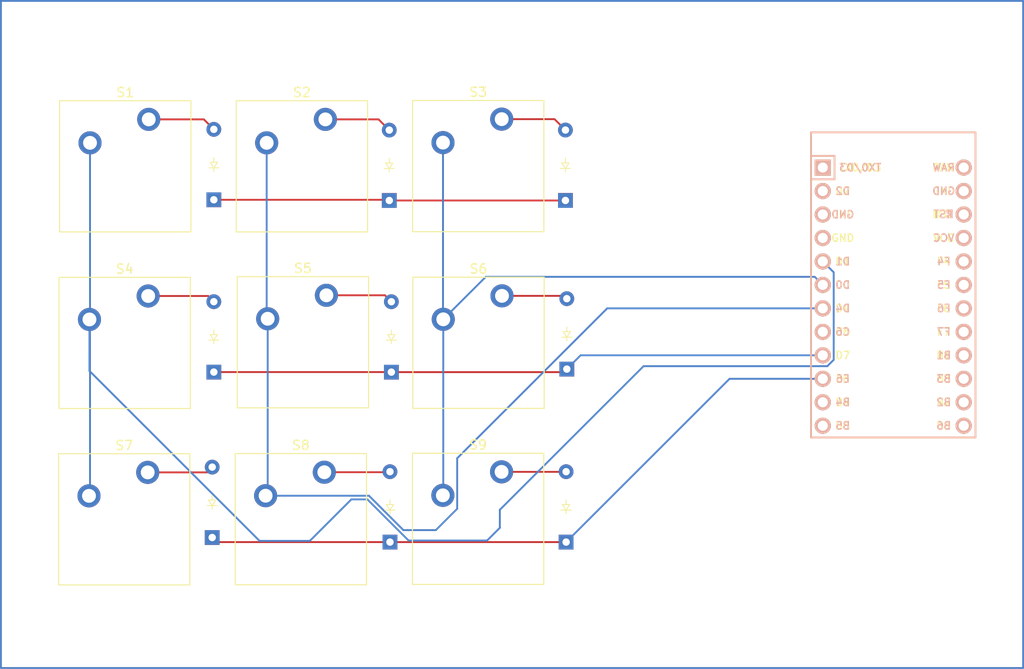
<source format=kicad_pcb>
(kicad_pcb (version 20241229) (generator "pcbnew") (generator_version "9.0")
  (layers (0 "F.Cu" signal) (2 "B.Cu" signal) (13 "F.Paste" user) (15 "B.Paste" user) (5 "F.SilkS" user "F.Silkscreen") (7 "B.SilkS" user "B.Silkscreen") (1 "F.Mask" user) (3 "B.Mask" user) (25 "Edge.Cuts" user))
  (net 0 "")
  (net 1 "Net-(D1-A)")
  (net 2 "Net-(D1-K)")
  (net 3 "Net-(D2-A)")
  (net 4 "Net-(D3-A)")
  (net 5 "Net-(D4-A)")
  (net 6 "Row 1")
  (net 7 "Net-(D5-A)")
  (net 8 "Net-(D6-A)")
  (net 9 "Net-(D7-A)")
  (net 10 "Row 2")
  (net 11 "Net-(D8-A)")
  (net 12 "Net-(D9-A)")
  (net 13 "col 0")
  (net 14 "col 1")
  (net 15 "col 2")
  (net 18 "Row 0")
  (footprint "ScottoKeebs_MX:MX_PCB_1.00u" (layer "F.Cu") (at 122.27 79.325)
    (property "Reference" "S3" (at 0 -8 0) (layer "F.SilkS"))
    (property "Value" "Keyswitch")
    (fp_line (start -7.1 -7.1) (end -7.1 7.1) (stroke (width 0.12)) (layer "F.SilkS"))
    (fp_line (start -7.1 7.1) (end 7.1 7.1) (stroke (width 0.12)) (layer "F.SilkS"))
    (fp_line (start 7.1 -7.1) (end -7.1 -7.1) (stroke (width 0.12)) (layer "F.SilkS"))
    (fp_line (start 7.1 7.1) (end 7.1 -7.1) (stroke (width 0.12)) (layer "F.SilkS"))
    (pad "" np_thru_hole circle (at -5.08 0) (size 1.75 1.75) (drill 1.75) (layers "*.Cu" "*.Mask"))
    (pad "" np_thru_hole circle (at 0 0) (size 4 4) (drill 4) (layers "*.Cu" "*.Mask"))
    (pad "" np_thru_hole circle (at 5.08 0) (size 1.75 1.75) (drill 1.75) (layers "*.Cu" "*.Mask"))
    (pad "1" thru_hole circle (at -3.81 -2.54) (size 2.5 2.5) (drill 1.5) (layers "*.Cu" "*.Mask") (net 15 "col 2"))
    (pad "2" thru_hole circle (at 2.54 -5.08) (size 2.5 2.5) (drill 1.5) (layers "*.Cu" "*.Mask") (net 4 "Net-(D3-A)"))
  )
  (footprint "ScottoKeebs_Components:Diode_DO-35" (layer "F.Cu") (at 112.725 120.02 90)
    (property "Reference" "D8" (hide yes))
    (property "Value" "Diode" (hide yes))
    (fp_line (start 3.46 -0.55) (end 3.46 0.55) (stroke (width 0.1)) (layer "F.SilkS"))
    (fp_line (start 4.06 -0.4) (end 4.06 0.4) (stroke (width 0.1)) (layer "F.SilkS"))
    (fp_line (start 4.06 0) (end 4.56 0) (stroke (width 0.1)) (layer "F.SilkS"))
    (fp_line (start 3.46 0) (end 4.06 -0.4) (stroke (width 0.1)) (layer "F.SilkS"))
    (fp_line (start 3.06 0) (end 3.46 0) (stroke (width 0.1)) (layer "F.SilkS"))
    (fp_line (start 4.06 0.4) (end 3.46 0) (stroke (width 0.1)) (layer "F.SilkS"))
    (pad "1" thru_hole rect (at 0 0 90) (size 1.6 1.6) (drill 0.8) (layers "*.Cu" "*.Mask") (net 10 "Row 2"))
    (pad "2" thru_hole oval (at 7.62 0 90) (size 1.6 1.6) (drill 0.8) (layers "*.Cu" "*.Mask") (net 11 "Net-(D8-A)"))
  )
  (footprint "ScottoKeebs_MX:MX_PCB_1.00u" (layer "F.Cu") (at 103.085 117.54)
    (property "Reference" "S8" (at 0 -8 0) (layer "F.SilkS"))
    (property "Value" "Keyswitch")
    (fp_line (start -7.1 -7.1) (end -7.1 7.1) (stroke (width 0.12)) (layer "F.SilkS"))
    (fp_line (start -7.1 7.1) (end 7.1 7.1) (stroke (width 0.12)) (layer "F.SilkS"))
    (fp_line (start 7.1 -7.1) (end -7.1 -7.1) (stroke (width 0.12)) (layer "F.SilkS"))
    (fp_line (start 7.1 7.1) (end 7.1 -7.1) (stroke (width 0.12)) (layer "F.SilkS"))
    (pad "" np_thru_hole circle (at -5.08 0) (size 1.75 1.75) (drill 1.75) (layers "*.Cu" "*.Mask"))
    (pad "" np_thru_hole circle (at 0 0) (size 4 4) (drill 4) (layers "*.Cu" "*.Mask"))
    (pad "" np_thru_hole circle (at 5.08 0) (size 1.75 1.75) (drill 1.75) (layers "*.Cu" "*.Mask"))
    (pad "1" thru_hole circle (at -3.81 -2.54) (size 2.5 2.5) (drill 1.5) (layers "*.Cu" "*.Mask") (net 14 "col 1"))
    (pad "2" thru_hole circle (at 2.54 -5.08) (size 2.5 2.5) (drill 1.5) (layers "*.Cu" "*.Mask") (net 11 "Net-(D8-A)"))
  )
  (footprint "ScottoKeebs_MX:MX_PCB_1.00u" (layer "F.Cu") (at 103.2 79.35)
    (property "Reference" "S2" (at 0 -8 0) (layer "F.SilkS"))
    (property "Value" "Keyswitch")
    (fp_line (start -7.1 -7.1) (end -7.1 7.1) (stroke (width 0.12)) (layer "F.SilkS"))
    (fp_line (start -7.1 7.1) (end 7.1 7.1) (stroke (width 0.12)) (layer "F.SilkS"))
    (fp_line (start 7.1 -7.1) (end -7.1 -7.1) (stroke (width 0.12)) (layer "F.SilkS"))
    (fp_line (start 7.1 7.1) (end 7.1 -7.1) (stroke (width 0.12)) (layer "F.SilkS"))
    (pad "" np_thru_hole circle (at -5.08 0) (size 1.75 1.75) (drill 1.75) (layers "*.Cu" "*.Mask"))
    (pad "" np_thru_hole circle (at 0 0) (size 4 4) (drill 4) (layers "*.Cu" "*.Mask"))
    (pad "" np_thru_hole circle (at 5.08 0) (size 1.75 1.75) (drill 1.75) (layers "*.Cu" "*.Mask"))
    (pad "1" thru_hole circle (at -3.81 -2.54) (size 2.5 2.5) (drill 1.5) (layers "*.Cu" "*.Mask") (net 14 "col 1"))
    (pad "2" thru_hole circle (at 2.54 -5.08) (size 2.5 2.5) (drill 1.5) (layers "*.Cu" "*.Mask") (net 3 "Net-(D2-A)"))
  )
  (footprint "ScottoKeebs_Components:Diode_DO-35" (layer "F.Cu") (at 112.875 101.625 90)
    (property "Reference" "D5" (hide yes))
    (property "Value" "Diode" (hide yes))
    (fp_line (start 3.46 -0.55) (end 3.46 0.55) (stroke (width 0.1)) (layer "F.SilkS"))
    (fp_line (start 4.06 -0.4) (end 4.06 0.4) (stroke (width 0.1)) (layer "F.SilkS"))
    (fp_line (start 4.06 0) (end 4.56 0) (stroke (width 0.1)) (layer "F.SilkS"))
    (fp_line (start 3.46 0) (end 4.06 -0.4) (stroke (width 0.1)) (layer "F.SilkS"))
    (fp_line (start 3.06 0) (end 3.46 0) (stroke (width 0.1)) (layer "F.SilkS"))
    (fp_line (start 4.06 0.4) (end 3.46 0) (stroke (width 0.1)) (layer "F.SilkS"))
    (pad "1" thru_hole rect (at 0 0 90) (size 1.6 1.6) (drill 0.8) (layers "*.Cu" "*.Mask") (net 6 "Row 1"))
    (pad "2" thru_hole oval (at 7.62 0 90) (size 1.6 1.6) (drill 0.8) (layers "*.Cu" "*.Mask") (net 7 "Net-(D5-A)"))
  )
  (footprint "ScottoKeebs_MX:MX_PCB_1.00u" (layer "F.Cu") (at 122.3 98.45)
    (property "Reference" "S6" (at 0 -8 0) (layer "F.SilkS"))
    (property "Value" "Keyswitch")
    (fp_line (start -7.1 -7.1) (end -7.1 7.1) (stroke (width 0.12)) (layer "F.SilkS"))
    (fp_line (start -7.1 7.1) (end 7.1 7.1) (stroke (width 0.12)) (layer "F.SilkS"))
    (fp_line (start 7.1 -7.1) (end -7.1 -7.1) (stroke (width 0.12)) (layer "F.SilkS"))
    (fp_line (start 7.1 7.1) (end 7.1 -7.1) (stroke (width 0.12)) (layer "F.SilkS"))
    (pad "" np_thru_hole circle (at -5.08 0) (size 1.75 1.75) (drill 1.75) (layers "*.Cu" "*.Mask"))
    (pad "" np_thru_hole circle (at 0 0) (size 4 4) (drill 4) (layers "*.Cu" "*.Mask"))
    (pad "" np_thru_hole circle (at 5.08 0) (size 1.75 1.75) (drill 1.75) (layers "*.Cu" "*.Mask"))
    (pad "1" thru_hole circle (at -3.81 -2.54) (size 2.5 2.5) (drill 1.5) (layers "*.Cu" "*.Mask") (net 15 "col 2"))
    (pad "2" thru_hole circle (at 2.54 -5.08) (size 2.5 2.5) (drill 1.5) (layers "*.Cu" "*.Mask") (net 8 "Net-(D6-A)"))
  )
  (footprint "ScottoKeebs_MX:MX_PCB_1.00u" (layer "F.Cu") (at 84.035 98.465)
    (property "Reference" "S4" (at 0 -8 0) (layer "F.SilkS"))
    (property "Value" "Keyswitch")
    (fp_line (start -7.1 -7.1) (end -7.1 7.1) (stroke (width 0.12)) (layer "F.SilkS"))
    (fp_line (start -7.1 7.1) (end 7.1 7.1) (stroke (width 0.12)) (layer "F.SilkS"))
    (fp_line (start 7.1 -7.1) (end -7.1 -7.1) (stroke (width 0.12)) (layer "F.SilkS"))
    (fp_line (start 7.1 7.1) (end 7.1 -7.1) (stroke (width 0.12)) (layer "F.SilkS"))
    (pad "" np_thru_hole circle (at -5.08 0) (size 1.75 1.75) (drill 1.75) (layers "*.Cu" "*.Mask"))
    (pad "" np_thru_hole circle (at 0 0) (size 4 4) (drill 4) (layers "*.Cu" "*.Mask"))
    (pad "" np_thru_hole circle (at 5.08 0) (size 1.75 1.75) (drill 1.75) (layers "*.Cu" "*.Mask"))
    (pad "1" thru_hole circle (at -3.81 -2.54) (size 2.5 2.5) (drill 1.5) (layers "*.Cu" "*.Mask") (net 13 "col 0"))
    (pad "2" thru_hole circle (at 2.54 -5.08) (size 2.5 2.5) (drill 1.5) (layers "*.Cu" "*.Mask") (net 5 "Net-(D4-A)"))
  )
  (footprint "ScottoKeebs_MX:MX_PCB_1.00u" (layer "F.Cu") (at 122.255 117.5)
    (property "Reference" "S9" (at 0 -8 0) (layer "F.SilkS"))
    (property "Value" "Keyswitch")
    (fp_line (start -7.1 -7.1) (end -7.1 7.1) (stroke (width 0.12)) (layer "F.SilkS"))
    (fp_line (start -7.1 7.1) (end 7.1 7.1) (stroke (width 0.12)) (layer "F.SilkS"))
    (fp_line (start 7.1 -7.1) (end -7.1 -7.1) (stroke (width 0.12)) (layer "F.SilkS"))
    (fp_line (start 7.1 7.1) (end 7.1 -7.1) (stroke (width 0.12)) (layer "F.SilkS"))
    (pad "" np_thru_hole circle (at -5.08 0) (size 1.75 1.75) (drill 1.75) (layers "*.Cu" "*.Mask"))
    (pad "" np_thru_hole circle (at 0 0) (size 4 4) (drill 4) (layers "*.Cu" "*.Mask"))
    (pad "" np_thru_hole circle (at 5.08 0) (size 1.75 1.75) (drill 1.75) (layers "*.Cu" "*.Mask"))
    (pad "1" thru_hole circle (at -3.81 -2.54) (size 2.5 2.5) (drill 1.5) (layers "*.Cu" "*.Mask") (net 15 "col 2"))
    (pad "2" thru_hole circle (at 2.54 -5.08) (size 2.5 2.5) (drill 1.5) (layers "*.Cu" "*.Mask") (net 12 "Net-(D9-A)"))
  )
  (footprint "ScottoKeebs_MX:MX_PCB_1.00u" (layer "F.Cu") (at 103.31 98.39)
    (property "Reference" "S5" (at 0 -8 0) (layer "F.SilkS"))
    (property "Value" "Keyswitch")
    (fp_line (start -7.1 -7.1) (end -7.1 7.1) (stroke (width 0.12)) (layer "F.SilkS"))
    (fp_line (start -7.1 7.1) (end 7.1 7.1) (stroke (width 0.12)) (layer "F.SilkS"))
    (fp_line (start 7.1 -7.1) (end -7.1 -7.1) (stroke (width 0.12)) (layer "F.SilkS"))
    (fp_line (start 7.1 7.1) (end 7.1 -7.1) (stroke (width 0.12)) (layer "F.SilkS"))
    (pad "" np_thru_hole circle (at -5.08 0) (size 1.75 1.75) (drill 1.75) (layers "*.Cu" "*.Mask"))
    (pad "" np_thru_hole circle (at 0 0) (size 4 4) (drill 4) (layers "*.Cu" "*.Mask"))
    (pad "" np_thru_hole circle (at 5.08 0) (size 1.75 1.75) (drill 1.75) (layers "*.Cu" "*.Mask"))
    (pad "1" thru_hole circle (at -3.81 -2.54) (size 2.5 2.5) (drill 1.5) (layers "*.Cu" "*.Mask") (net 14 "col 1"))
    (pad "2" thru_hole circle (at 2.54 -5.08) (size 2.5 2.5) (drill 1.5) (layers "*.Cu" "*.Mask") (net 7 "Net-(D5-A)"))
  )
  (footprint "ScottoKeebs_Components:Diode_DO-35" (layer "F.Cu") (at 93.675 82.97 90)
    (property "Reference" "D1" (hide yes))
    (property "Value" "Diode" (hide yes))
    (fp_line (start 3.46 -0.55) (end 3.46 0.55) (stroke (width 0.1)) (layer "F.SilkS"))
    (fp_line (start 4.06 -0.4) (end 4.06 0.4) (stroke (width 0.1)) (layer "F.SilkS"))
    (fp_line (start 4.06 0) (end 4.56 0) (stroke (width 0.1)) (layer "F.SilkS"))
    (fp_line (start 3.46 0) (end 4.06 -0.4) (stroke (width 0.1)) (layer "F.SilkS"))
    (fp_line (start 3.06 0) (end 3.46 0) (stroke (width 0.1)) (layer "F.SilkS"))
    (fp_line (start 4.06 0.4) (end 3.46 0) (stroke (width 0.1)) (layer "F.SilkS"))
    (pad "1" thru_hole rect (at 0 0 90) (size 1.6 1.6) (drill 0.8) (layers "*.Cu" "*.Mask") (net 2 "Net-(D1-K)"))
    (pad "2" thru_hole oval (at 7.62 0 90) (size 1.6 1.6) (drill 0.8) (layers "*.Cu" "*.Mask") (net 1 "Net-(D1-A)"))
  )
  (footprint "ScottoKeebs_MX:MX_PCB_1.00u" (layer "F.Cu") (at 84.095 79.35)
    (property "Reference" "S1" (at 0 -8 0) (layer "F.SilkS"))
    (property "Value" "Keyswitch")
    (fp_line (start -7.1 -7.1) (end -7.1 7.1) (stroke (width 0.12)) (layer "F.SilkS"))
    (fp_line (start -7.1 7.1) (end 7.1 7.1) (stroke (width 0.12)) (layer "F.SilkS"))
    (fp_line (start 7.1 -7.1) (end -7.1 -7.1) (stroke (width 0.12)) (layer "F.SilkS"))
    (fp_line (start 7.1 7.1) (end 7.1 -7.1) (stroke (width 0.12)) (layer "F.SilkS"))
    (pad "" np_thru_hole circle (at -5.08 0) (size 1.75 1.75) (drill 1.75) (layers "*.Cu" "*.Mask"))
    (pad "" np_thru_hole circle (at 0 0) (size 4 4) (drill 4) (layers "*.Cu" "*.Mask"))
    (pad "" np_thru_hole circle (at 5.08 0) (size 1.75 1.75) (drill 1.75) (layers "*.Cu" "*.Mask"))
    (pad "1" thru_hole circle (at -3.81 -2.54) (size 2.5 2.5) (drill 1.5) (layers "*.Cu" "*.Mask") (net 13 "col 0"))
    (pad "2" thru_hole circle (at 2.54 -5.08) (size 2.5 2.5) (drill 1.5) (layers "*.Cu" "*.Mask") (net 1 "Net-(D1-A)"))
  )
  (footprint "ScottoKeebs_MCU:Arduino_Pro_Micro" (layer "F.Cu") (at 167.155 93.455)
    (property "Reference" "U1" (hide yes))
    (property "Value" "Arduino_Pro_Micro" (hide yes))
    (fp_line (start -8.89 -17.78) (end -8.89 15.24) (stroke (width 0.2)) (layer "F.SilkS"))
    (fp_line (start -8.89 15.24) (end 8.89 15.24) (stroke (width 0.2)) (layer "F.SilkS"))
    (fp_line (start -6.35 -15.24) (end -8.89 -15.24) (stroke (width 0.2)) (layer "F.SilkS"))
    (fp_line (start -6.35 -15.24) (end -6.35 -12.7) (stroke (width 0.2)) (layer "F.SilkS"))
    (fp_line (start -6.35 -12.7) (end -8.89 -12.7) (stroke (width 0.2)) (layer "F.SilkS"))
    (fp_line (start 8.89 -17.78) (end -8.89 -17.78) (stroke (width 0.2)) (layer "F.SilkS"))
    (fp_line (start 8.89 15.24) (end 8.89 -17.78) (stroke (width 0.2)) (layer "F.SilkS"))
    (fp_poly (pts (xy 4.531568 -9.36064) (xy 4.531568 -8.56064) (xy 4.431568 -8.56064) (xy 4.431568 -9.36064)) (stroke (width 0.15)) (fill yes) (layer "F.SilkS"))
    (fp_poly (pts (xy 4.731568 -8.96064) (xy 4.731568 -8.86064) (xy 4.631568 -8.86064) (xy 4.631568 -8.96064)) (stroke (width 0.15)) (fill yes) (layer "F.SilkS"))
    (fp_poly (pts (xy 4.931568 -9.36064) (xy 4.931568 -9.26064) (xy 4.431568 -9.26064) (xy 4.431568 -9.36064)) (stroke (width 0.15)) (fill yes) (layer "F.SilkS"))
    (fp_poly (pts (xy 4.931568 -9.36064) (xy 4.931568 -9.06064) (xy 4.831568 -9.06064) (xy 4.831568 -9.36064)) (stroke (width 0.15)) (fill yes) (layer "F.SilkS"))
    (fp_poly (pts (xy 4.931568 -8.76064) (xy 4.931568 -8.56064) (xy 4.831568 -8.56064) (xy 4.831568 -8.76064)) (stroke (width 0.15)) (fill yes) (layer "F.SilkS"))
    (fp_line (start -8.89 -17.78) (end -8.89 15.24) (stroke (width 0.2)) (layer "B.SilkS"))
    (fp_line (start -8.89 15.24) (end 8.89 15.24) (stroke (width 0.2)) (layer "B.SilkS"))
    (fp_line (start -6.35 -15.24) (end -8.89 -15.24) (stroke (width 0.2)) (layer "B.SilkS"))
    (fp_line (start -6.35 -15.24) (end -6.35 -12.7) (stroke (width 0.2)) (layer "B.SilkS"))
    (fp_line (start -6.35 -12.7) (end -8.89 -12.7) (stroke (width 0.2)) (layer "B.SilkS"))
    (fp_line (start 8.89 -17.78) (end -8.89 -17.78) (stroke (width 0.2)) (layer "B.SilkS"))
    (fp_line (start 8.89 15.24) (end 8.89 -17.78) (stroke (width 0.2)) (layer "B.SilkS"))
    (fp_poly (pts (xy 5.844635 -9.35097) (xy 5.844635 -9.25097) (xy 6.344635 -9.25097) (xy 6.344635 -9.35097)) (stroke (width 0.15)) (fill yes) (layer "B.SilkS"))
    (fp_poly (pts (xy 5.844635 -9.35097) (xy 5.844635 -9.05097) (xy 5.944635 -9.05097) (xy 5.944635 -9.35097)) (stroke (width 0.15)) (fill yes) (layer "B.SilkS"))
    (fp_poly (pts (xy 5.844635 -8.75097) (xy 5.844635 -8.55097) (xy 5.944635 -8.55097) (xy 5.944635 -8.75097)) (stroke (width 0.15)) (fill yes) (layer "B.SilkS"))
    (fp_poly (pts (xy 6.044635 -8.95097) (xy 6.044635 -8.85097) (xy 6.144635 -8.85097) (xy 6.144635 -8.95097)) (stroke (width 0.15)) (fill yes) (layer "B.SilkS"))
    (fp_poly (pts (xy 6.244635 -9.35097) (xy 6.244635 -8.55097) (xy 6.344635 -8.55097) (xy 6.344635 -9.35097)) (stroke (width 0.15)) (fill yes) (layer "B.SilkS"))
    (fp_text user "D7" (at -5.461 6.35 0) (layer "F.SilkS") (effects (font (size 0.8 0.8))))
    (fp_text user "E6" (at -5.461 8.89 0) (layer "F.SilkS") (effects (font (size 0.8 0.8))))
    (fp_text user "B2" (at 5.461 11.43 0) (layer "F.SilkS") (effects (font (size 0.8 0.8))))
    (fp_text user "F7" (at 5.461 3.81 0) (layer "F.SilkS") (effects (font (size 0.8 0.8))))
    (fp_text user "TX0/D3" (at -3.571872 -13.97 0) (layer "F.SilkS") (effects (font (size 0.8 0.8))))
    (fp_text user "D4" (at -5.461 1.27 0) (layer "F.SilkS") (effects (font (size 0.8 0.8))))
    (fp_text user "VCC" (at 5.461 -6.35 0) (layer "F.SilkS") (effects (font (size 0.8 0.8))))
    (fp_text user "ST" (at 5.73312 -8.92 0) (layer "F.SilkS") (effects (font (size 0.8 0.8))))
    (fp_text user "B3" (at 5.461 8.89 0) (layer "F.SilkS") (effects (font (size 0.8 0.8))))
    (fp_text user "F4" (at 5.461 -3.81 0) (layer "F.SilkS") (effects (font (size 0.8 0.8))))
    (fp_text user "GND" (at -5.461 -8.89 0) (layer "F.SilkS") (effects (font (size 0.8 0.8))))
    (fp_text user "D2" (at -5.461 -11.43 0) (layer "F.SilkS") (effects (font (size 0.8 0.8))))
    (fp_text user "GND" (at -5.461 -6.35 0) (layer "F.SilkS") (effects (font (size 0.8 0.8))))
    (fp_text user "F5" (at 5.461 -1.27 0) (layer "F.SilkS") (effects (font (size 0.8 0.8))))
    (fp_text user "B6" (at 5.461 13.97 0) (layer "F.SilkS") (effects (font (size 0.8 0.8))))
    (fp_text user "B5" (at -5.461 13.97 0) (layer "F.SilkS") (effects (font (size 0.8 0.8))))
    (fp_text user "GND" (at 5.461 -11.43 0) (layer "F.SilkS") (effects (font (size 0.8 0.8))))
    (fp_text user "B4" (at -5.461 11.43 0) (layer "F.SilkS") (effects (font (size 0.8 0.8))))
    (fp_text user "B1" (at 5.461 6.35 0) (layer "F.SilkS") (effects (font (size 0.8 0.8))))
    (fp_text user "C6" (at -5.461 3.81 0) (layer "F.SilkS") (effects (font (size 0.8 0.8))))
    (fp_text user "RAW" (at 5.461 -13.97 0) (layer "F.SilkS") (effects (font (size 0.8 0.8))))
    (fp_text user "D1" (at -5.461 -3.81 0) (layer "F.SilkS") (effects (font (size 0.8 0.8))))
    (fp_text user "D0" (at -5.461 -1.27 0) (layer "F.SilkS") (effects (font (size 0.8 0.8))))
    (fp_text user "F6" (at 5.461 1.27 0) (layer "F.SilkS") (effects (font (size 0.8 0.8))))
    (fp_text user "B1" (at 5.461 6.35 0) (layer "B.SilkS") (effects (font (size 0.8 0.8)) (justify mirror)))
    (fp_text user "D4" (at -5.461 1.27 0) (layer "B.SilkS") (effects (font (size 0.8 0.8)) (justify mirror)))
    (fp_text user "F5" (at 5.461 -1.27 0) (layer "B.SilkS") (effects (font (size 0.8 0.8)) (justify mirror)))
    (fp_text user "B5" (at -5.461 13.97 0) (layer "B.SilkS") (effects (font (size 0.8 0.8)) (justify mirror)))
    (fp_text user "VCC" (at 5.461 -6.35 0) (layer "B.SilkS") (effects (font (size 0.8 0.8)) (justify mirror)))
    (fp_text user "D0" (at -5.461 -1.27 0) (layer "B.SilkS") (effects (font (size 0.8 0.8)) (justify mirror)))
    (fp_text user "F6" (at 5.461 1.27 0) (layer "B.SilkS") (effects (font (size 0.8 0.8)) (justify mirror)))
    (fp_text user "ST" (at 5.04 -8.91 0) (layer "B.SilkS") (effects (font (size 0.8 0.8)) (justify mirror)))
    (fp_text user "C6" (at -5.461 3.81 0) (layer "B.SilkS") (effects (font (size 0.8 0.8)) (justify mirror)))
    (fp_text user "F7" (at 5.461 3.81 0) (layer "B.SilkS") (effects (font (size 0.8 0.8)) (justify mirror)))
    (fp_text user "B4" (at -5.461 11.43 0) (layer "B.SilkS") (effects (font (size 0.8 0.8)) (justify mirror)))
    (fp_text user "B3" (at 5.461 8.89 0) (layer "B.SilkS") (effects (font (size 0.8 0.8)) (justify mirror)))
    (fp_text user "D2" (at -5.461 -11.43 0) (layer "B.SilkS") (effects (font (size 0.8 0.8)) (justify mirror)))
    (fp_text user "B2" (at 5.461 11.43 0) (layer "B.SilkS") (effects (font (size 0.8 0.8)) (justify mirror)))
    (fp_text user "F4" (at 5.461 -3.81 0) (layer "B.SilkS") (effects (font (size 0.8 0.8)) (justify mirror)))
    (fp_text user "B6" (at 5.461 13.97 0) (layer "B.SilkS") (effects (font (size 0.8 0.8)) (justify mirror)))
    (fp_text user "E6" (at -5.461 8.89 0) (layer "B.SilkS") (effects (font (size 0.8 0.8)) (justify mirror)))
    (fp_text user "RAW" (at 5.461 -13.97 0) (layer "B.SilkS") (effects (font (size 0.8 0.8)) (justify mirror)))
    (fp_text user "GND" (at -5.461 -8.89 0) (layer "B.SilkS") (effects (font (size 0.8 0.8)) (justify mirror)))
    (fp_text user "D1" (at -5.461 -3.81 0) (layer "B.SilkS") (effects (font (size 0.8 0.8)) (justify mirror)))
    (fp_text user "TX0/D3" (at -3.571872 -13.97 0) (layer "B.SilkS") (effects (font (size 0.8 0.8)) (justify mirror)))
    (fp_text user "GND" (at 5.461 -11.43 0) (layer "B.SilkS") (effects (font (size 0.8 0.8)) (justify mirror)))
    (pad "1" thru_hole rect (at -7.62 -13.97 270) (size 1.7526 1.7526) (drill 1.0922) (layers "*.Cu" "*.SilkS" "*.Mask"))
    (pad "2" thru_hole circle (at -7.62 -11.43 270) (size 1.7526 1.7526) (drill 1.0922) (layers "*.Cu" "*.SilkS" "*.Mask"))
    (pad "3" thru_hole circle (at -7.62 -8.89 270) (size 1.7526 1.7526) (drill 1.0922) (layers "*.Cu" "*.SilkS" "*.Mask"))
    (pad "4" thru_hole circle (at -7.62 -6.35 270) (size 1.7526 1.7526) (drill 1.0922) (layers "*.Cu" "*.SilkS" "*.Mask"))
    (pad "5" thru_hole circle (at -7.62 -3.81 270) (size 1.7526 1.7526) (drill 1.0922) (layers "*.Cu" "*.SilkS" "*.Mask") (net 13 "col 0"))
    (pad "6" thru_hole circle (at -7.62 -1.27 270) (size 1.7526 1.7526) (drill 1.0922) (layers "*.Cu" "*.SilkS" "*.Mask") (net 15 "col 2"))
    (pad "7" thru_hole circle (at -7.62 1.27 270) (size 1.7526 1.7526) (drill 1.0922) (layers "*.Cu" "*.SilkS" "*.Mask") (net 14 "col 1"))
    (pad "8" thru_hole circle (at -7.62 3.81 270) (size 1.7526 1.7526) (drill 1.0922) (layers "*.Cu" "*.SilkS" "*.Mask") (net 18 "Row 0"))
    (pad "9" thru_hole circle (at -7.62 6.35 270) (size 1.7526 1.7526) (drill 1.0922) (layers "*.Cu" "*.SilkS" "*.Mask") (net 6 "Row 1"))
    (pad "10" thru_hole circle (at -7.62 8.89 270) (size 1.7526 1.7526) (drill 1.0922) (layers "*.Cu" "*.SilkS" "*.Mask") (net 10 "Row 2"))
    (pad "11" thru_hole circle (at -7.62 11.43 270) (size 1.7526 1.7526) (drill 1.0922) (layers "*.Cu" "*.SilkS" "*.Mask"))
    (pad "12" thru_hole circle (at -7.62 13.97 270) (size 1.7526 1.7526) (drill 1.0922) (layers "*.Cu" "*.SilkS" "*.Mask"))
    (pad "13" thru_hole circle (at 7.62 13.97 270) (size 1.7526 1.7526) (drill 1.0922) (layers "*.Cu" "*.SilkS" "*.Mask"))
    (pad "14" thru_hole circle (at 7.62 11.43 270) (size 1.7526 1.7526) (drill 1.0922) (layers "*.Cu" "*.SilkS" "*.Mask"))
    (pad "15" thru_hole circle (at 7.62 8.89 270) (size 1.7526 1.7526) (drill 1.0922) (layers "*.Cu" "*.SilkS" "*.Mask"))
    (pad "16" thru_hole circle (at 7.62 6.35 270) (size 1.7526 1.7526) (drill 1.0922) (layers "*.Cu" "*.SilkS" "*.Mask"))
    (pad "17" thru_hole circle (at 7.62 3.81 270) (size 1.7526 1.7526) (drill 1.0922) (layers "*.Cu" "*.SilkS" "*.Mask"))
    (pad "18" thru_hole circle (at 7.62 1.27 270) (size 1.7526 1.7526) (drill 1.0922) (layers "*.Cu" "*.SilkS" "*.Mask"))
    (pad "19" thru_hole circle (at 7.62 -1.27 270) (size 1.7526 1.7526) (drill 1.0922) (layers "*.Cu" "*.SilkS" "*.Mask"))
    (pad "20" thru_hole circle (at 7.62 -3.81 270) (size 1.7526 1.7526) (drill 1.0922) (layers "*.Cu" "*.SilkS" "*.Mask"))
    (pad "21" thru_hole circle (at 7.62 -6.35 270) (size 1.7526 1.7526) (drill 1.0922) (layers "*.Cu" "*.SilkS" "*.Mask"))
    (pad "22" thru_hole circle (at 7.62 -8.89 270) (size 1.7526 1.7526) (drill 1.0922) (layers "*.Cu" "*.SilkS" "*.Mask"))
    (pad "23" thru_hole circle (at 7.62 -11.43 270) (size 1.7526 1.7526) (drill 1.0922) (layers "*.Cu" "*.SilkS" "*.Mask"))
    (pad "24" thru_hole circle (at 7.62 -13.97 270) (size 1.7526 1.7526) (drill 1.0922) (layers "*.Cu" "*.SilkS" "*.Mask"))
  )
  (footprint "ScottoKeebs_Components:Diode_DO-35" (layer "F.Cu") (at 131.85 101.295 90)
    (property "Reference" "D6" (hide yes))
    (property "Value" "Diode" (hide yes))
    (fp_line (start 3.46 -0.55) (end 3.46 0.55) (stroke (width 0.1)) (layer "F.SilkS"))
    (fp_line (start 4.06 -0.4) (end 4.06 0.4) (stroke (width 0.1)) (layer "F.SilkS"))
    (fp_line (start 4.06 0) (end 4.56 0) (stroke (width 0.1)) (layer "F.SilkS"))
    (fp_line (start 3.46 0) (end 4.06 -0.4) (stroke (width 0.1)) (layer "F.SilkS"))
    (fp_line (start 3.06 0) (end 3.46 0) (stroke (width 0.1)) (layer "F.SilkS"))
    (fp_line (start 4.06 0.4) (end 3.46 0) (stroke (width 0.1)) (layer "F.SilkS"))
    (pad "1" thru_hole rect (at 0 0 90) (size 1.6 1.6) (drill 0.8) (layers "*.Cu" "*.Mask") (net 6 "Row 1"))
    (pad "2" thru_hole oval (at 7.62 0 90) (size 1.6 1.6) (drill 0.8) (layers "*.Cu" "*.Mask") (net 8 "Net-(D6-A)"))
  )
  (footprint "ScottoKeebs_MX:MX_PCB_1.00u" (layer "F.Cu") (at 83.985 117.555)
    (property "Reference" "S7" (at 0 -8 0) (layer "F.SilkS"))
    (property "Value" "Keyswitch")
    (fp_line (start -7.1 -7.1) (end -7.1 7.1) (stroke (width 0.12)) (layer "F.SilkS"))
    (fp_line (start -7.1 7.1) (end 7.1 7.1) (stroke (width 0.12)) (layer "F.SilkS"))
    (fp_line (start 7.1 -7.1) (end -7.1 -7.1) (stroke (width 0.12)) (layer "F.SilkS"))
    (fp_line (start 7.1 7.1) (end 7.1 -7.1) (stroke (width 0.12)) (layer "F.SilkS"))
    (pad "" np_thru_hole circle (at -5.08 0) (size 1.75 1.75) (drill 1.75) (layers "*.Cu" "*.Mask"))
    (pad "" np_thru_hole circle (at 0 0) (size 4 4) (drill 4) (layers "*.Cu" "*.Mask"))
    (pad "" np_thru_hole circle (at 5.08 0) (size 1.75 1.75) (drill 1.75) (layers "*.Cu" "*.Mask"))
    (pad "1" thru_hole circle (at -3.81 -2.54) (size 2.5 2.5) (drill 1.5) (layers "*.Cu" "*.Mask") (net 13 "col 0"))
    (pad "2" thru_hole circle (at 2.54 -5.08) (size 2.5 2.5) (drill 1.5) (layers "*.Cu" "*.Mask") (net 9 "Net-(D7-A)"))
  )
  (footprint "ScottoKeebs_Components:Diode_DO-35" (layer "F.Cu") (at 131.7 83.045 90)
    (property "Reference" "D3" (hide yes))
    (property "Value" "Diode" (hide yes))
    (fp_line (start 3.46 -0.55) (end 3.46 0.55) (stroke (width 0.1)) (layer "F.SilkS"))
    (fp_line (start 4.06 -0.4) (end 4.06 0.4) (stroke (width 0.1)) (layer "F.SilkS"))
    (fp_line (start 4.06 0) (end 4.56 0) (stroke (width 0.1)) (layer "F.SilkS"))
    (fp_line (start 3.46 0) (end 4.06 -0.4) (stroke (width 0.1)) (layer "F.SilkS"))
    (fp_line (start 3.06 0) (end 3.46 0) (stroke (width 0.1)) (layer "F.SilkS"))
    (fp_line (start 4.06 0.4) (end 3.46 0) (stroke (width 0.1)) (layer "F.SilkS"))
    (pad "1" thru_hole rect (at 0 0 90) (size 1.6 1.6) (drill 0.8) (layers "*.Cu" "*.Mask") (net 2 "Net-(D1-K)"))
    (pad "2" thru_hole oval (at 7.62 0 90) (size 1.6 1.6) (drill 0.8) (layers "*.Cu" "*.Mask") (net 4 "Net-(D3-A)"))
  )
  (footprint "ScottoKeebs_Components:Diode_DO-35" (layer "F.Cu") (at 93.675 101.62 90)
    (property "Reference" "D4" (hide yes))
    (property "Value" "Diode" (hide yes))
    (fp_line (start 3.46 -0.55) (end 3.46 0.55) (stroke (width 0.1)) (layer "F.SilkS"))
    (fp_line (start 4.06 -0.4) (end 4.06 0.4) (stroke (width 0.1)) (layer "F.SilkS"))
    (fp_line (start 4.06 0) (end 4.56 0) (stroke (width 0.1)) (layer "F.SilkS"))
    (fp_line (start 3.46 0) (end 4.06 -0.4) (stroke (width 0.1)) (layer "F.SilkS"))
    (fp_line (start 3.06 0) (end 3.46 0) (stroke (width 0.1)) (layer "F.SilkS"))
    (fp_line (start 4.06 0.4) (end 3.46 0) (stroke (width 0.1)) (layer "F.SilkS"))
    (pad "1" thru_hole rect (at 0 0 90) (size 1.6 1.6) (drill 0.8) (layers "*.Cu" "*.Mask") (net 6 "Row 1"))
    (pad "2" thru_hole oval (at 7.62 0 90) (size 1.6 1.6) (drill 0.8) (layers "*.Cu" "*.Mask") (net 5 "Net-(D4-A)"))
  )
  (footprint "ScottoKeebs_Components:Diode_DO-35" (layer "F.Cu") (at 131.775 120.02 90)
    (property "Reference" "D9" (hide yes))
    (property "Value" "Diode" (hide yes))
    (fp_line (start 3.46 -0.55) (end 3.46 0.55) (stroke (width 0.1)) (layer "F.SilkS"))
    (fp_line (start 4.06 -0.4) (end 4.06 0.4) (stroke (width 0.1)) (layer "F.SilkS"))
    (fp_line (start 4.06 0) (end 4.56 0) (stroke (width 0.1)) (layer "F.SilkS"))
    (fp_line (start 3.46 0) (end 4.06 -0.4) (stroke (width 0.1)) (layer "F.SilkS"))
    (fp_line (start 3.06 0) (end 3.46 0) (stroke (width 0.1)) (layer "F.SilkS"))
    (fp_line (start 4.06 0.4) (end 3.46 0) (stroke (width 0.1)) (layer "F.SilkS"))
    (pad "1" thru_hole rect (at 0 0 90) (size 1.6 1.6) (drill 0.8) (layers "*.Cu" "*.Mask") (net 10 "Row 2"))
    (pad "2" thru_hole oval (at 7.62 0 90) (size 1.6 1.6) (drill 0.8) (layers "*.Cu" "*.Mask") (net 12 "Net-(D9-A)"))
  )
  (footprint "ScottoKeebs_Components:Diode_DO-35" (layer "F.Cu") (at 93.5 119.525 90)
    (property "Reference" "D7" (hide yes))
    (property "Value" "Diode" (hide yes))
    (fp_line (start 3.46 -0.55) (end 3.46 0.55) (stroke (width 0.1)) (layer "F.SilkS"))
    (fp_line (start 4.06 -0.4) (end 4.06 0.4) (stroke (width 0.1)) (layer "F.SilkS"))
    (fp_line (start 4.06 0) (end 4.56 0) (stroke (width 0.1)) (layer "F.SilkS"))
    (fp_line (start 3.46 0) (end 4.06 -0.4) (stroke (width 0.1)) (layer "F.SilkS"))
    (fp_line (start 3.06 0) (end 3.46 0) (stroke (width 0.1)) (layer "F.SilkS"))
    (fp_line (start 4.06 0.4) (end 3.46 0) (stroke (width 0.1)) (layer "F.SilkS"))
    (pad "1" thru_hole rect (at 0 0 90) (size 1.6 1.6) (drill 0.8) (layers "*.Cu" "*.Mask") (net 10 "Row 2"))
    (pad "2" thru_hole oval (at 7.62 0 90) (size 1.6 1.6) (drill 0.8) (layers "*.Cu" "*.Mask") (net 9 "Net-(D7-A)"))
  )
  (footprint "ScottoKeebs_Components:Diode_DO-35" (layer "F.Cu") (at 112.65 83.05 90)
    (property "Reference" "D2" (hide yes))
    (property "Value" "Diode" (hide yes))
    (fp_line (start 3.46 -0.55) (end 3.46 0.55) (stroke (width 0.1)) (layer "F.SilkS"))
    (fp_line (start 4.06 -0.4) (end 4.06 0.4) (stroke (width 0.1)) (layer "F.SilkS"))
    (fp_line (start 4.06 0) (end 4.56 0) (stroke (width 0.1)) (layer "F.SilkS"))
    (fp_line (start 3.46 0) (end 4.06 -0.4) (stroke (width 0.1)) (layer "F.SilkS"))
    (fp_line (start 3.06 0) (end 3.46 0) (stroke (width 0.1)) (layer "F.SilkS"))
    (fp_line (start 4.06 0.4) (end 3.46 0) (stroke (width 0.1)) (layer "F.SilkS"))
    (pad "1" thru_hole rect (at 0 0 90) (size 1.6 1.6) (drill 0.8) (layers "*.Cu" "*.Mask") (net 2 "Net-(D1-K)"))
    (pad "2" thru_hole oval (at 7.62 0 90) (size 1.6 1.6) (drill 0.8) (layers "*.Cu" "*.Mask") (net 3 "Net-(D2-A)"))
  )
  (gr_rect (start 70.65 61.45) (end 181.2 133.65) (stroke (width 0.2)) (fill no) (layer "B.Cu"))
  (segment (start 92.595 74.27) (end 93.675 75.35) (width 0.2) (layer "F.Cu") (net 1))
  (segment (start 86.635 74.27) (end 92.595 74.27) (width 0.2) (layer "F.Cu") (net 1))
  (segment (start 112.65 83.05) (end 131.695 83.05) (width 0.2) (layer "F.Cu") (net 2))
  (segment (start 93.675 82.97) (end 112.57 82.97) (width 0.2) (layer "F.Cu") (net 2))
  (segment (start 112.57 82.97) (end 112.65 83.05) (width 0.2) (layer "F.Cu") (net 2))
  (segment (start 131.695 83.05) (end 131.7 83.045) (width 0.2) (layer "F.Cu") (net 2))
  (segment (start 111.49 74.27) (end 112.65 75.43) (width 0.2) (layer "F.Cu") (net 3))
  (segment (start 105.74 74.27) (end 111.49 74.27) (width 0.2) (layer "F.Cu") (net 3))
  (segment (start 124.81 74.245) (end 130.52 74.245) (width 0.2) (layer "F.Cu") (net 4))
  (segment (start 130.52 74.245) (end 131.7 75.425) (width 0.2) (layer "F.Cu") (net 4))
  (segment (start 93.06 93.385) (end 93.675 94) (width 0.2) (layer "F.Cu") (net 5))
  (segment (start 86.575 93.385) (end 93.06 93.385) (width 0.2) (layer "F.Cu") (net 5))
  (segment (start 112.875 101.625) (end 131.52 101.625) (width 0.2) (layer "F.Cu") (net 6))
  (segment (start 112.87 101.62) (end 112.875 101.625) (width 0.2) (layer "F.Cu") (net 6))
  (segment (start 93.675 101.62) (end 112.87 101.62) (width 0.2) (layer "F.Cu") (net 6))
  (segment (start 131.52 101.625) (end 131.85 101.295) (width 0.2) (layer "F.Cu") (net 6))
  (segment (start 133.34 99.805) (end 131.85 101.295) (width 0.2) (layer "B.Cu") (net 6))
  (segment (start 159.535 99.805) (end 133.34 99.805) (width 0.2) (layer "B.Cu") (net 6))
  (segment (start 112.18 93.31) (end 112.875 94.005) (width 0.2) (layer "F.Cu") (net 7))
  (segment (start 105.85 93.31) (end 112.18 93.31) (width 0.2) (layer "F.Cu") (net 7))
  (segment (start 131.545 93.37) (end 131.85 93.675) (width 0.2) (layer "F.Cu") (net 8))
  (segment (start 124.84 93.37) (end 131.545 93.37) (width 0.2) (layer "F.Cu") (net 8))
  (segment (start 92.93 112.475) (end 93.5 111.905) (width 0.2) (layer "F.Cu") (net 9))
  (segment (start 86.525 112.475) (end 92.93 112.475) (width 0.2) (layer "F.Cu") (net 9))
  (segment (start 93.995 120.02) (end 112.725 120.02) (width 0.2) (layer "F.Cu") (net 10))
  (segment (start 93.5 119.525) (end 93.995 120.02) (width 0.2) (layer "F.Cu") (net 10))
  (segment (start 112.725 120.02) (end 131.775 120.02) (width 0.2) (layer "F.Cu") (net 10))
  (segment (start 149.45 102.345) (end 131.775 120.02) (width 0.2) (layer "B.Cu") (net 10))
  (segment (start 159.535 102.345) (end 149.45 102.345) (width 0.2) (layer "B.Cu") (net 10))
  (segment (start 105.625 112.46) (end 112.665 112.46) (width 0.2) (layer "F.Cu") (net 11))
  (segment (start 112.665 112.46) (end 112.725 112.4) (width 0.2) (layer "F.Cu") (net 11))
  (segment (start 124.795 112.42) (end 131.755 112.42) (width 0.2) (layer "F.Cu") (net 12))
  (segment (start 131.755 112.42) (end 131.775 112.4) (width 0.2) (layer "F.Cu") (net 12))
  (segment (start 124.606 116.526184) (end 124.606 118.473816) (width 0.2) (layer "B.Cu") (net 13))
  (segment (start 140.149884 100.9823) (end 124.606 116.526184) (width 0.2) (layer "B.Cu") (net 13))
  (segment (start 108.548816 115.401) (end 104.058816 119.891) (width 0.2) (layer "B.Cu") (net 13))
  (segment (start 159.535 89.645) (end 160.7123 90.8223) (width 0.2) (layer "B.Cu") (net 13))
  (segment (start 98.622174 119.891) (end 80.225 101.493826) (width 0.2) (layer "B.Cu") (net 13))
  (segment (start 160.7123 100.292654) (end 160.022654 100.9823) (width 0.2) (layer "B.Cu") (net 13))
  (segment (start 114.7339 119.851) (end 110.2839 115.401) (width 0.2) (layer "B.Cu") (net 13))
  (segment (start 104.058816 119.891) (end 98.622174 119.891) (width 0.2) (layer "B.Cu") (net 13))
  (segment (start 160.022654 100.9823) (end 140.149884 100.9823) (width 0.2) (layer "B.Cu") (net 13))
  (segment (start 80.285 114.905) (end 80.175 115.015) (width 0.2) (layer "B.Cu") (net 13))
  (segment (start 123.228816 119.851) (end 114.7339 119.851) (width 0.2) (layer "B.Cu") (net 13))
  (segment (start 80.225 101.493826) (end 80.225 95.925) (width 0.2) (layer "B.Cu") (net 13))
  (segment (start 110.2839 115.401) (end 108.548816 115.401) (width 0.2) (layer "B.Cu") (net 13))
  (segment (start 80.285 76.81) (end 80.285 114.905) (width 0.2) (layer "B.Cu") (net 13))
  (segment (start 160.7123 90.8223) (end 160.7123 100.292654) (width 0.2) (layer "B.Cu") (net 13))
  (segment (start 124.606 118.473816) (end 123.228816 119.851) (width 0.2) (layer "B.Cu") (net 13))
  (segment (start 119.996 116.412826) (end 117.682826 118.726) (width 0.2) (layer "B.Cu") (net 14))
  (segment (start 99.5 95.85) (end 99.5 114.775) (width 0.2) (layer "B.Cu") (net 14))
  (segment (start 110.45 115) (end 99.275 115) (width 0.2) (layer "B.Cu") (net 14))
  (segment (start 99.39 76.81) (end 99.39 95.74) (width 0.2) (layer "B.Cu") (net 14))
  (segment (start 114.176 118.726) (end 110.45 115) (width 0.2) (layer "B.Cu") (net 14))
  (segment (start 119.996 110.947) (end 119.996 116.412826) (width 0.2) (layer "B.Cu") (net 14))
  (segment (start 117.682826 118.726) (end 114.176 118.726) (width 0.2) (layer "B.Cu") (net 14))
  (segment (start 99.5 114.775) (end 99.275 115) (width 0.2) (layer "B.Cu") (net 14))
  (segment (start 159.535 94.725) (end 136.218 94.725) (width 0.2) (layer "B.Cu") (net 14))
  (segment (start 136.218 94.725) (end 119.996 110.947) (width 0.2) (layer "B.Cu") (net 14))
  (segment (start 99.39 95.74) (end 99.5 95.85) (width 0.2) (layer "B.Cu") (net 14))
  (segment (start 159.535 92.185) (end 158.6587 91.3087) (width 0.2) (layer "B.Cu") (net 15))
  (segment (start 118.49 114.915) (end 118.445 114.96) (width 0.2) (layer "B.Cu") (net 15))
  (segment (start 118.46 95.88) (end 118.49 95.91) (width 0.2) (layer "B.Cu") (net 15))
  (segment (start 158.6587 91.3087) (end 123.0913 91.3087) (width 0.2) (layer "B.Cu") (net 15))
  (segment (start 118.49 95.91) (end 118.49 114.915) (width 0.2) (layer "B.Cu") (net 15))
  (segment (start 118.46 76.785) (end 118.46 95.88) (width 0.2) (layer "B.Cu") (net 15))
  (segment (start 123.0913 91.3087) (end 118.49 95.91) (width 0.2) (layer "B.Cu") (net 15))
)
</source>
